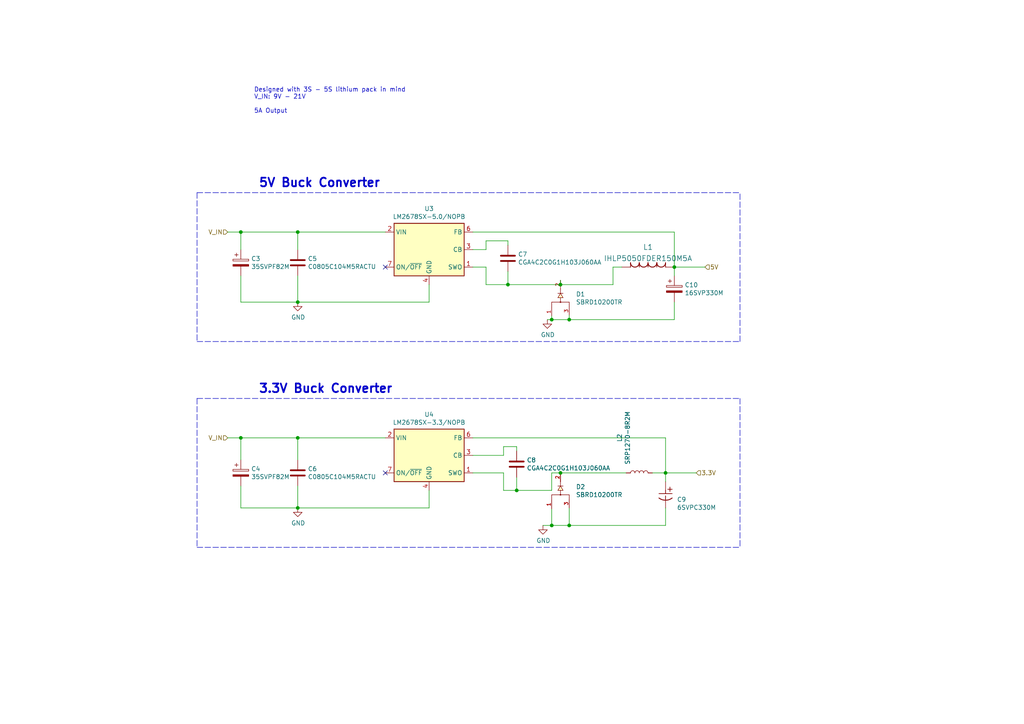
<source format=kicad_sch>
(kicad_sch (version 20211123) (generator eeschema)
  (paper "A4")
  (title_block (title "Buck Converter Supply") (date "2021-12-20") (rev "v2.0.1") (company "Missouri S&T Rocket Design Team '21 (Jacob King, Thomas Francois)"))
  (lib_symbols
    (symbol "Device:C" (pin_numbers hide) (pin_names (offset 0.254))
      (property "Reference" "C" (at 0.635 2.54 0))
      (property "Value" "C" (at 0.635 -2.54 0))
      (symbol "C_0_1"
        (polyline (pts (xy -2.032 -0.762) (xy 2.032 -0.762)) (stroke (width 0.508)))
        (polyline (pts (xy -2.032 0.762) (xy 2.032 0.762)) (stroke (width 0.508)))
      )
      (symbol "C_1_1"
        (pin passive line (at 0 3.81 270) (length 2.794) (name "~") (number "1"))
        (pin passive line (at 0 -3.81 90) (length 2.794) (name "~") (number "2"))
      )
    )
    (symbol "Device:CP" (pin_numbers hide) (pin_names (offset 0.254))
      (property "Reference" "C" (at 0.635 2.54 0))
      (property "Value" "Device_CP" (at 0.635 -2.54 0))
      (symbol "CP_0_1"
        (rectangle (start -2.286 0.508) (end 2.286 1.016))
        (polyline (pts (xy -1.778 2.286) (xy -0.762 2.286)))
        (polyline (pts (xy -1.27 2.794) (xy -1.27 1.778)))
        (rectangle (start 2.286 -0.508) (end -2.286 -1.016) (fill (type outline)))
      )
      (symbol "CP_1_1"
        (pin passive line (at 0 3.81 270) (length 2.794) (name "~") (number "1"))
        (pin passive line (at 0 -3.81 90) (length 2.794) (name "~") (number "2"))
      )
    )
    (symbol "Device:L" (pin_numbers hide) (pin_names (offset 1.016) hide)
      (property "Reference" "L" (at -1.27 0 90))
      (property "Value" "L" (at 1.905 0 90))
      (symbol "L_0_1"
        (arc (start 0 -2.54) (mid 0.635 -1.905) (end 0 -1.27))
        (arc (start 0 -1.27) (mid 0.635 -0.635) (end 0 0))
        (arc (start 0 0) (mid 0.635 0.635) (end 0 1.27))
        (arc (start 0 1.27) (mid 0.635 1.905) (end 0 2.54))
      )
      (symbol "L_1_1"
        (pin passive line (at 0 3.81 270) (length 1.27) (name "1") (number "1"))
        (pin passive line (at 0 -3.81 90) (length 1.27) (name "2") (number "2"))
      )
    )
    (symbol "Power_KiCAD_Project-rescue:6SVPC330M-6SVPC330M-Power_KiCAD_Project-rescue" (pin_numbers hide) (pin_names (offset 1.651) hide)
      (property "Reference" "C" (at 3.81 3.81 0))
      (property "Value" "6SVPC330M-6SVPC330M-Power_KiCAD_Project-rescue" (at 3.81 -7.62 0))
      (symbol "6SVPC330M-6SVPC330M-Power_KiCAD_Project-rescue_1_1"
        (polyline (pts (xy 1.5748 1.27) (xy 2.8448 1.27)) (stroke (width 0.2032)))
        (polyline (pts (xy 2.2098 0.635) (xy 2.2098 1.905)) (stroke (width 0.2032)))
        (polyline (pts (xy 2.54 0) (xy 3.4798 0)) (stroke (width 0.2032)))
        (polyline (pts (xy 3.4798 -1.905) (xy 3.4798 1.905)) (stroke (width 0.2032)))
        (polyline (pts (xy 4.1148 0) (xy 5.08 0)) (stroke (width 0.2032)))
        (arc (start 4.7498 -1.905) (mid 10.4648 0) (end 4.7498 1.905) (stroke (width 0.254)))
        (pin unspecified line (at 0 0 0) (length 2.54) (name "1") (number "1"))
        (pin unspecified line (at 7.62 0 180) (length 2.54) (name "2") (number "2"))
      )
    )
    (symbol "Power_KiCAD_Project-rescue:LM2672M-TO-263-lm2672m-to-263-Power_KiCAD_Project-rescue"
      (property "Reference" "U" (at -10.16 8.89 0))
      (property "Value" "LM2672M-TO-263-lm2672m-to-263-Power_KiCAD_Project-rescue" (at 0 8.89 0))
      (symbol "LM2672M-TO-263-lm2672m-to-263-Power_KiCAD_Project-rescue_0_1"
        (rectangle (start -10.16 7.62) (end 10.16 -7.62) (stroke (width 0.254)) (fill (type background)))
      )
      (symbol "LM2672M-TO-263-lm2672m-to-263-Power_KiCAD_Project-rescue_1_1"
        (pin output line (at 12.7 -5.08 180) (length 2.54) (name "SWO") (number "1"))
        (pin power_in line (at -12.7 5.08 0) (length 2.54) (name "VIN") (number "2"))
        (pin input line (at 12.7 0 180) (length 2.54) (name "CB") (number "3"))
        (pin power_in line (at 0 -10.16 90) (length 2.54) (name "GND") (number "4"))
        (pin input line (at 12.7 5.08 180) (length 2.54) (name "FB") (number "6"))
        (pin input line (at -12.7 -5.08 0) (length 2.54) (name "ON/~{OFF}") (number "7"))
      )
    )
    (symbol "Power_KiCAD_Project-rescue:SBRD10200TR-SBRD10200TR-Power_KiCAD_Project-rescue" (pin_names (offset 1.016) hide)
      (property "Reference" "D" (at 5.08 2.54 0))
      (property "Value" "SBRD10200TR-SBRD10200TR-Power_KiCAD_Project-rescue" (at 5.08 -7.62 0))
      (symbol "SBRD10200TR-SBRD10200TR-Power_KiCAD_Project-rescue_0_0"
        (circle (center 0 -1.27) (radius 0.1524) (stroke (width 0.1524)))
        (polyline (pts (xy -2.54 -1.27) (xy -2.54 -2.794)) (stroke (width 0.1524)))
        (polyline (pts (xy 0 -1.27) (xy -2.54 -1.27)) (stroke (width 0.1524)))
        (polyline (pts (xy 0 -1.27) (xy 2.54 -1.27)) (stroke (width 0.1524)))
        (polyline (pts (xy 0 0) (xy 0 -1.27)) (stroke (width 0.1524)))
        (polyline (pts (xy 0 1.27) (xy -0.762 1.27)) (stroke (width 0.1524)))
        (polyline (pts (xy 0 1.27) (xy 0 2.54)) (stroke (width 0.1524)))
        (polyline (pts (xy 0.762 1.27) (xy 0 1.27)) (stroke (width 0.1524)))
        (polyline (pts (xy 2.54 -1.27) (xy 2.54 -2.54)) (stroke (width 0.1524)))
        (polyline (pts (xy 0 1.27) (xy 0.762 0) (xy -0.762 0) (xy 0 1.27)) (stroke (width 0.1524)) (fill (type background)))
        (pin passive line (at -2.54 -5.334 90) (length 2.54) (name "~") (number "1"))
        (pin passive line (at 0 5.08 270) (length 2.54) (name "~") (number "2"))
        (pin passive line (at 2.54 -5.08 90) (length 2.54) (name "~") (number "3"))
      )
    )
    (symbol "RDT_Custom_Symbols:IHLP5050FDER150M5A" (pin_numbers hide) (pin_names (offset 1.651) hide)
      (property "Reference" "L" (at 6.985 5.08 0))
      (property "Value" "IHLP5050FDER150M5A" (at 6.985 -5.715 0))
      (symbol "IHLP5050FDER150M5A_1_1"
        (polyline (pts (xy 2.54 0) (xy 2.54 1.27)) (stroke (width 0.2032)))
        (polyline (pts (xy 5.08 0) (xy 5.08 1.27)) (stroke (width 0.2032)))
        (polyline (pts (xy 7.62 0) (xy 7.62 1.27)) (stroke (width 0.2032)))
        (polyline (pts (xy 10.16 0) (xy 10.16 1.27)) (stroke (width 0.2032)))
        (polyline (pts (xy 12.7 0) (xy 12.7 1.27)) (stroke (width 0.2032)))
        (arc (start 2.54 1.27) (mid 3.81 0) (end 5.08 1.27) (stroke (width 0.254)))
        (arc (start 5.08 1.27) (mid 6.35 0) (end 7.62 1.27) (stroke (width 0.254)))
        (arc (start 7.62 1.27) (mid 8.89 0) (end 10.16 1.27) (stroke (width 0.254)))
        (arc (start 10.16 1.27) (mid 11.43 0) (end 12.7 1.27) (stroke (width 0.254)))
        (pin unspecified line (at 15.24 0 180) (length 2.54) (name "1") (number "1"))
        (pin unspecified line (at 0 0 0) (length 2.54) (name "2") (number "2"))
      )
    )
    (symbol "power:GND" (power) (pin_names (offset 0))
      (property "Value" "GND" (at 0 -3.81 0))
      (symbol "GND_0_1"
        (polyline (pts (xy 0 0) (xy 0 -1.27) (xy 1.27 -1.27) (xy 0 -2.54) (xy -1.27 -1.27) (xy 0 -1.27)))
      )
      (symbol "GND_1_1"
        (pin power_in line (at 0 0 270) (length 0) hide (name "GND") (number "1"))
      )
    )
  )
  (junction (at 160.02 152.4))
  (junction (at 86.36 147.32))
  (junction (at 165.1 92.71))
  (junction (at 86.36 127))
  (junction (at 195.58 77.47))
  (junction (at 86.36 87.63))
  (junction (at 69.85 67.31))
  (junction (at 86.36 67.31))
  (junction (at 162.56 137.16))
  (junction (at 147.32 82.55))
  (junction (at 193.04 137.16))
  (junction (at 160.02 92.71))
  (junction (at 162.56 82.55))
  (junction (at 165.1 152.4))
  (junction (at 149.86 142.24))
  (junction (at 69.85 127))
  (no_connect (at 111.76 137.16))
  (no_connect (at 111.76 77.47))
  (wire (pts (xy 157.48 152.4) (xy 160.02 152.4)))
  (wire (pts (xy 69.85 147.32) (xy 86.36 147.32)))
  (wire (pts (xy 160.02 147.574) (xy 160.02 152.4)))
  (wire (pts (xy 162.56 82.55) (xy 177.8 82.55)))
  (wire (pts (xy 69.85 67.31) (xy 69.85 72.39)))
  (wire (pts (xy 193.04 139.7) (xy 193.04 137.16)))
  (wire (pts (xy 124.46 87.63) (xy 124.46 82.55)))
  (wire (pts (xy 147.32 82.55) (xy 162.56 82.55)))
  (wire (pts (xy 69.85 87.63) (xy 86.36 87.63)))
  (wire (pts (xy 193.04 127) (xy 193.04 137.16)))
  (wire (pts (xy 177.8 82.55) (xy 177.8 77.47)))
  (wire (pts (xy 69.85 127) (xy 86.36 127)))
  (wire (pts (xy 195.58 77.47) (xy 204.47 77.47)))
  (polyline (pts (xy 57.15 158.75) (xy 214.63 158.75)))
  (wire (pts (xy 195.58 77.47) (xy 195.58 80.01)))
  (wire (pts (xy 160.02 92.71) (xy 165.1 92.71)))
  (wire (pts (xy 69.85 80.01) (xy 69.85 87.63)))
  (wire (pts (xy 146.05 137.16) (xy 146.05 142.24)))
  (wire (pts (xy 160.02 137.16) (xy 162.56 137.16)))
  (wire (pts (xy 162.56 82.55) (xy 162.56 81.28)))
  (wire (pts (xy 137.16 72.39) (xy 140.97 72.39)))
  (wire (pts (xy 69.85 127) (xy 69.85 133.35)))
  (wire (pts (xy 160.02 152.4) (xy 165.1 152.4)))
  (polyline (pts (xy 214.63 99.06) (xy 214.63 55.88)))
  (wire (pts (xy 137.16 137.16) (xy 146.05 137.16)))
  (wire (pts (xy 160.02 91.694) (xy 160.02 92.71)))
  (polyline (pts (xy 57.15 115.57) (xy 57.15 158.75)))
  (wire (pts (xy 193.04 137.16) (xy 201.93 137.16)))
  (wire (pts (xy 195.58 67.31) (xy 195.58 77.47)))
  (polyline (pts (xy 57.15 55.88) (xy 57.15 99.06)))
  (polyline (pts (xy 57.15 55.88) (xy 214.63 55.88)))
  (wire (pts (xy 140.97 72.39) (xy 140.97 69.85)))
  (wire (pts (xy 69.85 140.97) (xy 69.85 147.32)))
  (wire (pts (xy 165.1 152.4) (xy 193.04 152.4)))
  (wire (pts (xy 160.02 142.24) (xy 160.02 137.16)))
  (wire (pts (xy 147.32 71.12) (xy 147.32 69.85)))
  (wire (pts (xy 137.16 67.31) (xy 195.58 67.31)))
  (wire (pts (xy 165.1 92.71) (xy 195.58 92.71)))
  (polyline (pts (xy 214.63 115.57) (xy 214.63 158.75)))
  (wire (pts (xy 165.1 147.32) (xy 165.1 152.4)))
  (wire (pts (xy 149.86 130.81) (xy 149.86 129.54)))
  (wire (pts (xy 140.97 82.55) (xy 147.32 82.55)))
  (wire (pts (xy 193.04 147.32) (xy 193.04 152.4)))
  (wire (pts (xy 146.05 142.24) (xy 149.86 142.24)))
  (wire (pts (xy 66.04 67.31) (xy 69.85 67.31)))
  (wire (pts (xy 86.36 140.97) (xy 86.36 147.32)))
  (wire (pts (xy 137.16 127) (xy 193.04 127)))
  (wire (pts (xy 86.36 67.31) (xy 86.36 72.39)))
  (wire (pts (xy 193.04 137.16) (xy 189.23 137.16)))
  (wire (pts (xy 149.86 142.24) (xy 160.02 142.24)))
  (wire (pts (xy 180.34 77.47) (xy 177.8 77.47)))
  (wire (pts (xy 147.32 78.74) (xy 147.32 82.55)))
  (wire (pts (xy 86.36 127) (xy 86.36 133.35)))
  (polyline (pts (xy 57.15 99.06) (xy 214.63 99.06)))
  (wire (pts (xy 149.86 138.43) (xy 149.86 142.24)))
  (wire (pts (xy 86.36 67.31) (xy 111.76 67.31)))
  (wire (pts (xy 140.97 77.47) (xy 140.97 82.55)))
  (wire (pts (xy 195.58 87.63) (xy 195.58 92.71)))
  (wire (pts (xy 86.36 87.63) (xy 124.46 87.63)))
  (wire (pts (xy 137.16 132.08) (xy 146.05 132.08)))
  (wire (pts (xy 162.56 137.16) (xy 181.61 137.16)))
  (wire (pts (xy 158.75 92.71) (xy 160.02 92.71)))
  (wire (pts (xy 137.16 77.47) (xy 140.97 77.47)))
  (wire (pts (xy 146.05 132.08) (xy 146.05 129.54)))
  (wire (pts (xy 124.46 147.32) (xy 124.46 142.24)))
  (wire (pts (xy 86.36 147.32) (xy 124.46 147.32)))
  (wire (pts (xy 86.36 80.01) (xy 86.36 87.63)))
  (wire (pts (xy 86.36 127) (xy 111.76 127)))
  (wire (pts (xy 66.04 127) (xy 69.85 127)))
  (wire (pts (xy 146.05 129.54) (xy 149.86 129.54)))
  (wire (pts (xy 69.85 67.31) (xy 86.36 67.31)))
  (wire (pts (xy 140.97 69.85) (xy 147.32 69.85)))
  (wire (pts (xy 165.1 91.44) (xy 165.1 92.71)))
  (polyline (pts (xy 57.15 115.57) (xy 214.63 115.57)))
  (text "3.3V Buck Converter" (at 74.93 114.3 0) (effects (font (size 2.4892 2.4892) (thickness 0.4978) bold) (justify left bottom)))
  (text "5V Buck Converter" (at 74.93 54.61 0) (effects (font (size 2.4892 2.4892) (thickness 0.4978) bold) (justify left bottom)))
  (text "Designed with 3S - 5S lithium pack in mind\nV_IN: 9V - 21V\n\n5A Output" (at 73.66 33.02 0) (effects (font (size 1.27 1.27)) (justify left bottom)))
  (hierarchical_label "3.3V" (shape input) (at 201.93 137.16 0))
  (hierarchical_label "V_IN" (shape input) (at 66.04 67.31 180))
  (hierarchical_label "5V" (shape input) (at 204.47 77.47 0))
  (hierarchical_label "V_IN" (shape input) (at 66.04 127 180))
  (symbol (lib_id "Power_KiCAD_Project-rescue:LM2672M-TO-263-lm2672m-to-263-Power_KiCAD_Project-rescue") (at 124.46 132.08 0)
    (property "Reference" "U4" (at 124.46 120.2182 0))
    (property "Value" "LM2678SX-3.3/NOPB" (at 124.46 122.5296 0))
    (property "Footprint" "Package_TO_SOT_SMD:TO-263-7_TabPin8" (effects hide))
    (property "Datasheet" "https://www.ti.com/general/docs/suppproductinfo.tsp?distId=10&gotoUrl=http%3A%2F%2Fwww.ti.com%2Flit%2Fgpn%2Flm2678" (effects hide))
    (property "Digikey" "https://www.digikey.com/en/products/detail/texas-instruments/LM2678SX-3-3-NOPB/366920" (effects hide))
    (property "Designer" "https://webench.ti.com/wb5/PartDesigner/quickview.jsp?base_pn=LM2678&origin=ODS&litsection=application" (effects hide))
  )
  (symbol (lib_id "Power_KiCAD_Project-rescue:LM2672M-TO-263-lm2672m-to-263-Power_KiCAD_Project-rescue") (at 124.46 72.39 0)
    (property "Reference" "U3" (at 124.46 60.5282 0))
    (property "Value" "LM2678SX-5.0/NOPB" (at 124.46 62.8396 0))
    (property "Footprint" "Package_TO_SOT_SMD:TO-263-7_TabPin8" (effects hide))
    (property "Datasheet" "https://www.ti.com/lit/ds/symlink/lm2677.pdf" (effects hide))
    (property "Digikey" "https://www.digikey.com/en/products/detail/texas-instruments/LM2677SX-5-0-NOPB/366916" (effects hide))
    (property "Designer" "https://webench.ti.com/wb5/PartDesigner/quickview.jsp?base_pn=LM2678&origin=ODS&litsection=application" (effects hide))
  )
  (symbol (lib_id "Power_KiCAD_Project-rescue:SBRD10200TR-SBRD10200TR-Power_KiCAD_Project-rescue") (at 162.56 86.36 0)
    (property "Reference" "D1" (at 167.0304 85.3186 0) (effects (justify left)))
    (property "Value" "SBRD10200TR" (at 167.0304 87.63 0) (effects (justify left)))
    (property "Footprint" "Package_TO_SOT_SMD:TO-252-2" (effects hide))
    (property "MP" "SBRD10200TR" (effects hide))
    (property "Digi-Key_Part_Number" "1655-1939-1-ND" (effects hide))
    (property "Package" "TO-252-3 SMC" (effects hide))
    (property "Description" "Diode Schottky 200 V 10A Surface Mount DPAK" (effects hide))
    (property "MF" "SMC Diode" (effects hide))
  )
  (symbol (lib_id "Power_KiCAD_Project-rescue:SBRD10200TR-SBRD10200TR-Power_KiCAD_Project-rescue") (at 162.56 142.24 0)
    (property "Reference" "D2" (at 167.0304 141.1986 0) (effects (justify left)))
    (property "Value" "SBRD10200TR" (at 167.0304 143.51 0) (effects (justify left)))
    (property "Footprint" "Package_TO_SOT_SMD:TO-252-2" (effects hide))
    (property "MP" "SBRD10200TR" (effects hide))
    (property "Digi-Key_Part_Number" "1655-1939-1-ND" (effects hide))
    (property "Package" "TO-252-3 SMC" (effects hide))
    (property "Description" "Diode Schottky 200 V 10A Surface Mount DPAK" (effects hide))
    (property "MF" "SMC Diode" (effects hide))
  )
  (symbol (lib_id "Power_KiCAD_Project-rescue:6SVPC330M-6SVPC330M-Power_KiCAD_Project-rescue") (at 193.04 139.7 270)
    (property "Reference" "C9" (at 196.342 144.8816 90) (effects (justify left)))
    (property "Value" "6SVPC330M" (at 196.342 147.193 90) (effects (justify left)))
    (property "Footprint" "RDT_Custom_Footprints:16SVF180M" (effects hide))
    (property "Datasheet" "http://industrial.panasonic.com/cdbs/www-data/pdf/AAB8000/AAB8000C256.pdf" (effects hide))
    (property "Description" "Panasonic 330uF Polymer Capacitor 6.3V dc, Surface Mount - 6SVPC330M" (effects hide))
    (property "Height" "6" (effects hide))
    (property "Mouser Part Number" "667-6SVPC330M" (effects hide))
    (property "Mouser Price/Stock" "https://www.mouser.co.uk/ProductDetail/Panasonic/6SVPC330M?qs=OE1iw1LrrPFuCJdUC5EirQ%3D%3D" (effects hide))
    (property "Manufacturer_Name" "Panasonic" (effects hide))
    (property "Manufacturer_Part_Number" "6SVPC330M" (effects hide))
  )
  (symbol (lib_id "Device:CP") (at 69.85 76.2 0) (unit 1)
    (property "Reference" "C3" (at 72.8472 75.0316 0) (effects (justify left)))
    (property "Value" "35SVPF82M" (at 72.8472 77.343 0) (effects (justify left)))
    (property "Footprint" "RDT_Custom_Footprints:16SVPT560M" (effects hide))
    (property "Datasheet" "http://industrial.panasonic.com/cdbs/www-data/pdf/AAB8000/AAB8000C177.pdf" (effects hide))
    (property "Description" "Panasonic 82uF 35 V dc Polymer Aluminium Electrolytic Capacitor E12, OS-CON Series 5000h 8 x 11.9mm" (effects hide))
  )
  (symbol (lib_id "Device:C") (at 86.36 76.2 0) (unit 1)
    (property "Reference" "C5" (at 89.281 75.0316 0) (effects (justify left)))
    (property "Value" "C0805C104M5RACTU" (at 89.281 77.343 0) (effects (justify left)))
    (property "Footprint" "RDT_Custom_Footprints:CAPC2012X88N" (effects hide))
    (property "Datasheet" "https://datasheet.datasheetarchive.com/originals/distributors/Datasheets-DGA10/2409909.pdf" (effects hide))
  )
  (symbol (lib_id "Device:C") (at 147.32 74.93 0) (unit 1)
    (property "Reference" "C7" (at 150.241 73.7616 0) (effects (justify left)))
    (property "Value" "CGA4C2C0G1H103J060AA" (at 150.241 76.073 0) (effects (justify left)))
    (property "Footprint" "RDT_Custom_Footprints:CAPC2012X75N" (effects hide))
    (property "Datasheet" "https://datasheet.datasheetarchive.com/originals/distributors/Datasheets-DGA20/25667.pdf" (effects hide))
  )
  (symbol (lib_id "Device:CP") (at 195.58 83.82 0) (unit 1)
    (property "Reference" "C10" (at 198.5772 82.6516 0) (effects (justify left)))
    (property "Value" "16SVP330M" (at 198.5772 84.963 0) (effects (justify left)))
    (property "Footprint" "RDT_Custom_Footprints:16SVF1000M" (effects hide))
    (property "Datasheet" "http://industrial.panasonic.com/cdbs/www-data/pdf/AAB8000/AAB8000C193.pdf" (effects hide))
    (property "Description" "Capacitor SMD SVP series 16V 330uF Panasonic 330uF 16 V Polymer Aluminium Electrolytic Capacitor F12, OS-CON Series 2000h 10 x 12.6mm" (effects hide))
  )
  (symbol (lib_id "Device:CP") (at 69.85 137.16 0) (unit 1)
    (property "Reference" "C4" (at 72.8472 135.9916 0) (effects (justify left)))
    (property "Value" "35SVPF82M" (at 72.8472 138.303 0) (effects (justify left)))
    (property "Footprint" "RDT_Custom_Footprints:16SVPT560M" (effects hide))
    (property "Datasheet" "http://industrial.panasonic.com/cdbs/www-data/pdf/AAB8000/AAB8000C177.pdf" (effects hide))
    (property "Description" "Panasonic 82uF 35 V dc Polymer Aluminium Electrolytic Capacitor E12, OS-CON Series 5000h 8 x 11.9mm" (effects hide))
  )
  (symbol (lib_id "Device:C") (at 86.36 137.16 0) (unit 1)
    (property "Reference" "C6" (at 89.281 135.9916 0) (effects (justify left)))
    (property "Value" "C0805C104M5RACTU" (at 89.281 138.303 0) (effects (justify left)))
    (property "Footprint" "RDT_Custom_Footprints:CAPC2012X88N" (effects hide))
    (property "Datasheet" "https://datasheet.datasheetarchive.com/originals/distributors/Datasheets-DGA10/2409909.pdf" (effects hide))
  )
  (symbol (lib_id "Device:C") (at 149.86 134.62 0) (unit 1)
    (property "Reference" "C8" (at 152.781 133.4516 0) (effects (justify left)))
    (property "Value" "CGA4C2C0G1H103J060AA" (at 152.781 135.763 0) (effects (justify left)))
    (property "Footprint" "RDT_Custom_Footprints:CAPC2012X75N" (effects hide))
    (property "Datasheet" "https://datasheet.datasheetarchive.com/originals/distributors/Datasheets-DGA20/25667.pdf" (effects hide))
  )
  (symbol (lib_id "Device:L") (at 185.42 137.16 90) (unit 1)
    (property "Reference" "L2" (at 179.705 127 0))
    (property "Value" "SRP1270-8R2M" (at 182.0164 127 0))
    (property "Footprint" "RDT_Custom_Footprints:INDPM137129X700N" (effects hide))
    (property "Datasheet" "https://datasheet.datasheetarchive.com/originals/distributors/SFDatasheet-7/sf-000140448.pdf" (effects hide))
  )
  (symbol (lib_id "power:GND") (at 86.36 87.63 0)
    (property "Reference" "#PWR013" (effects hide))
    (property "Value" "GND" (at 86.487 92.0242 0))
  )
  (symbol (lib_id "power:GND") (at 158.75 92.71 0)
    (property "Reference" "#PWR016" (effects hide))
    (property "Value" "GND" (at 158.877 97.1042 0))
  )
  (symbol (lib_id "power:GND") (at 86.36 147.32 0)
    (property "Reference" "#PWR014" (effects hide))
    (property "Value" "GND" (at 86.487 151.7142 0))
  )
  (symbol (lib_id "power:GND") (at 157.48 152.4 0)
    (property "Reference" "#PWR015" (effects hide))
    (property "Value" "GND" (at 157.607 156.7942 0))
  )
  (symbol (lib_id "RDT_Custom_Symbols:IHLP5050FDER150M5A") (at 180.34 77.47 0) (unit 1)
    (property "Reference" "L1" (at 187.96 71.6691 0) (effects (font (size 1.524 1.524))))
    (property "Value" "IHLP5050FDER150M5A" (at 187.96 74.9481 0) (effects (font (size 1.524 1.524))))
    (property "Footprint" "RDT_Custom_Footprints:IHLP5050FDER150M5A" (effects hide))
  )
)
</source>
